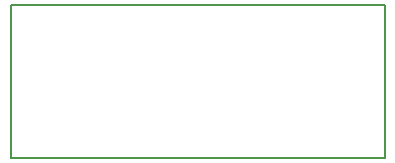
<source format=gbr>
G04 #@! TF.GenerationSoftware,KiCad,Pcbnew,5.0.2+dfsg1-1~bpo9+1*
G04 #@! TF.CreationDate,2019-09-09T18:37:33+01:00*
G04 #@! TF.ProjectId,smart_glasses_tv_b_gone,736d6172-745f-4676-9c61-737365735f74,rev?*
G04 #@! TF.SameCoordinates,Original*
G04 #@! TF.FileFunction,Profile,NP*
%FSLAX46Y46*%
G04 Gerber Fmt 4.6, Leading zero omitted, Abs format (unit mm)*
G04 Created by KiCad (PCBNEW 5.0.2+dfsg1-1~bpo9+1) date Mon 09 Sep 2019 18:37:33 BST*
%MOMM*%
%LPD*%
G01*
G04 APERTURE LIST*
%ADD10C,0.200000*%
G04 APERTURE END LIST*
D10*
X110655100Y-84658200D02*
X142341600Y-84658200D01*
X110655100Y-71729600D02*
X142341600Y-71729600D01*
X110655100Y-84658200D02*
X110655100Y-71729600D01*
X142341600Y-71729600D02*
X142341600Y-84658200D01*
M02*

</source>
